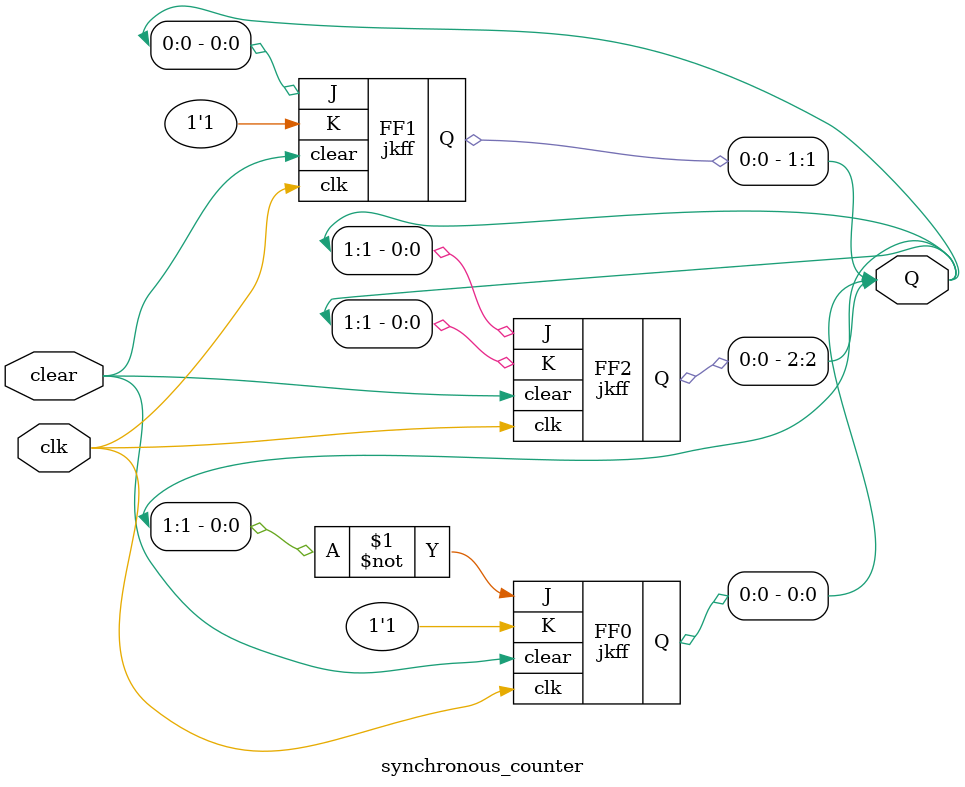
<source format=v>
module jkff (Q, J, K, clear, clk);
	input J,K,clear, clk;
	output reg Q;
	always @ (posedge clk or negedge clear)
	begin
		if ( clear==0 )
		Q<=0;
		else if (J==0 && K==1)
		Q<=0;
		else if(J==1 && K==0)
		Q<=1;
		else if ( J==1 && K==1)
		Q<=~Q;
		else Q<=Q;
	end
endmodule

module synchronous_counter (clear, clk, Q);
	input clear, clk;
	output [2:0] Q;
	jkff FF0 (Q[0],~Q[1], 1'b1, clear, clk);
	jkff FF1 (Q[1], Q[0], 1'b1, clear, clk);
	jkff FF2 (Q[2], Q[1],Q[1],clear, clk);
endmodule

</source>
